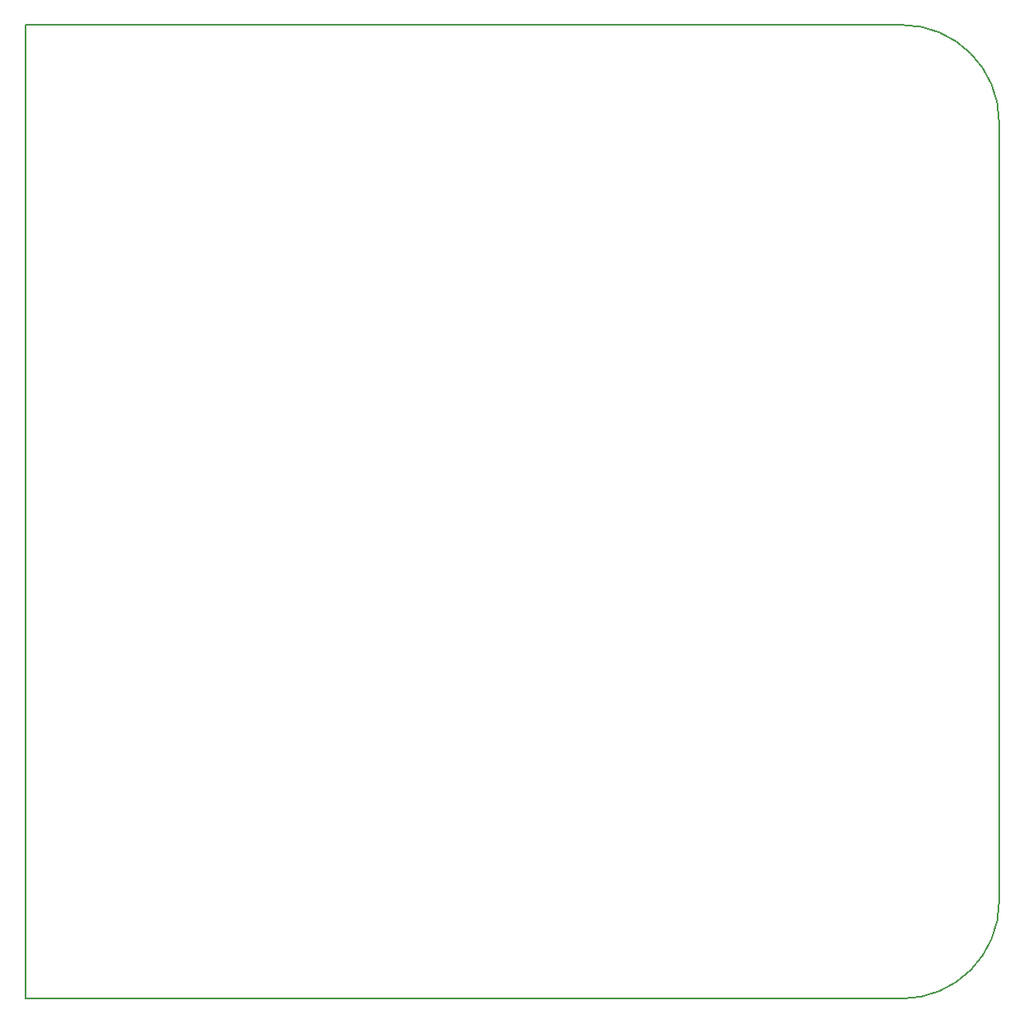
<source format=gm1>
G04 #@! TF.GenerationSoftware,KiCad,Pcbnew,(5.1.5)-3*
G04 #@! TF.CreationDate,2020-04-18T23:18:02+01:00*
G04 #@! TF.ProjectId,langpie,6c616e67-7069-4652-9e6b-696361645f70,rev?*
G04 #@! TF.SameCoordinates,Original*
G04 #@! TF.FileFunction,Profile,NP*
%FSLAX46Y46*%
G04 Gerber Fmt 4.6, Leading zero omitted, Abs format (unit mm)*
G04 Created by KiCad (PCBNEW (5.1.5)-3) date 2020-04-18 23:18:02*
%MOMM*%
%LPD*%
G04 APERTURE LIST*
%ADD10C,0.200000*%
G04 APERTURE END LIST*
D10*
X187365000Y-149231000D02*
X97365000Y-149231000D01*
X197364999Y-139231000D02*
G75*
G02X187365000Y-149230999I-9999999J0D01*
G01*
X197364999Y-59231000D02*
X197364999Y-139231000D01*
X97365000Y-149231000D02*
X97365000Y-49231000D01*
X187365000Y-49231000D02*
X97365000Y-49231000D01*
X187365000Y-49231001D02*
G75*
G02X197364999Y-59231000I0J-9999999D01*
G01*
M02*

</source>
